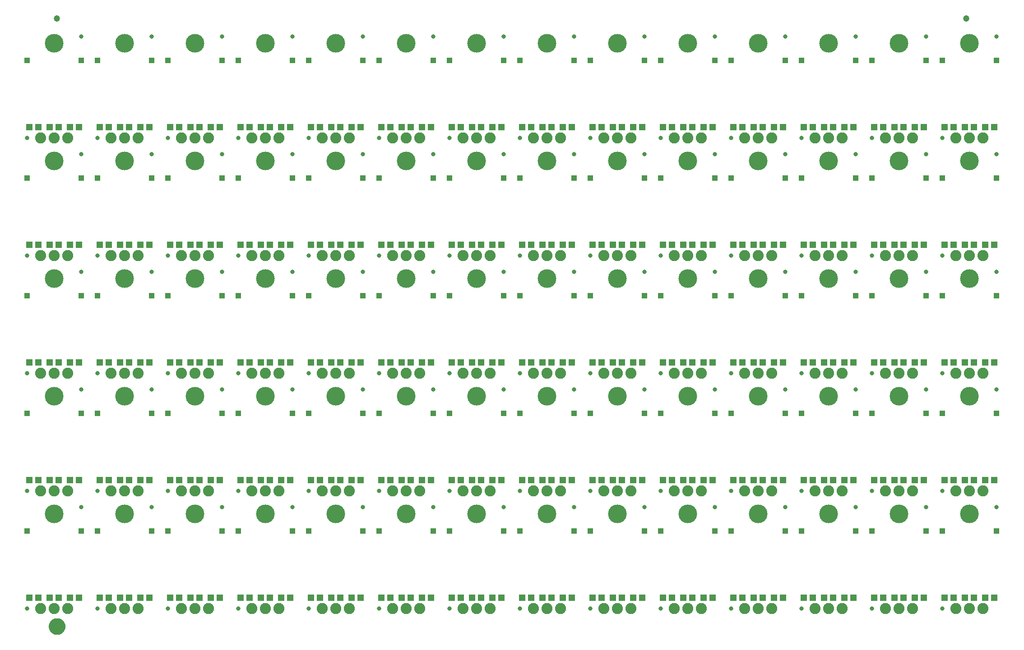
<source format=gts>
G04 EAGLE Gerber RS-274X export*
G75*
%MOMM*%
%FSLAX34Y34*%
%LPD*%
%INSoldermask Top*%
%IPPOS*%
%AMOC8*
5,1,8,0,0,1.08239X$1,22.5*%
G01*
%ADD10R,1.079500X1.079500*%
%ADD11C,0.838200*%
%ADD12R,1.303200X1.203200*%
%ADD13C,2.082800*%
%ADD14C,3.505200*%
%ADD15C,1.203200*%
%ADD16C,1.270000*%
%ADD17C,1.703200*%


D10*
X13018Y158433D03*
X114618Y158433D03*
X145098Y158433D03*
X246698Y158433D03*
X277178Y158433D03*
X378778Y158433D03*
X409258Y158433D03*
X510858Y158433D03*
X541338Y158433D03*
X642938Y158433D03*
X673418Y158433D03*
X775018Y158433D03*
X805498Y158433D03*
X907098Y158433D03*
X937578Y158433D03*
X1039178Y158433D03*
X1069658Y158433D03*
X1171258Y158433D03*
X1201738Y158433D03*
X1303338Y158433D03*
X1333818Y158433D03*
X1435418Y158433D03*
X1465898Y158433D03*
X1567498Y158433D03*
X1597978Y158433D03*
X1699578Y158433D03*
X1730058Y158433D03*
X1831658Y158433D03*
X13018Y379413D03*
X114618Y379413D03*
X145098Y379413D03*
X246698Y379413D03*
X277178Y379413D03*
X378778Y379413D03*
X409258Y379413D03*
X510858Y379413D03*
X541338Y379413D03*
X642938Y379413D03*
X673418Y379413D03*
X775018Y379413D03*
X805498Y379413D03*
X907098Y379413D03*
X937578Y379413D03*
X1039178Y379413D03*
X1069658Y379413D03*
X1171258Y379413D03*
X1201738Y379413D03*
X1303338Y379413D03*
X1333818Y379413D03*
X1435418Y379413D03*
X1465898Y379413D03*
X1567498Y379413D03*
X1597978Y379413D03*
X1699578Y379413D03*
X1730058Y379413D03*
X1831658Y379413D03*
X13018Y600393D03*
X114618Y600393D03*
X145098Y600393D03*
X246698Y600393D03*
X277178Y600393D03*
X378778Y600393D03*
X409258Y600393D03*
X510858Y600393D03*
X541338Y600393D03*
X642938Y600393D03*
X673418Y600393D03*
X775018Y600393D03*
X805498Y600393D03*
X907098Y600393D03*
X937578Y600393D03*
X1039178Y600393D03*
X1069658Y600393D03*
X1171258Y600393D03*
X1201738Y600393D03*
X1303338Y600393D03*
X1333818Y600393D03*
X1435418Y600393D03*
X1465898Y600393D03*
X1567498Y600393D03*
X1597978Y600393D03*
X1699578Y600393D03*
X1730058Y600393D03*
X1831658Y600393D03*
X13018Y821373D03*
X114618Y821373D03*
X145098Y821373D03*
X246698Y821373D03*
X277178Y821373D03*
X378778Y821373D03*
X409258Y821373D03*
X510858Y821373D03*
X541338Y821373D03*
X642938Y821373D03*
X673418Y821373D03*
X775018Y821373D03*
X805498Y821373D03*
X907098Y821373D03*
X937578Y821373D03*
X1039178Y821373D03*
X1069658Y821373D03*
X1171258Y821373D03*
X1201738Y821373D03*
X1303338Y821373D03*
X1333818Y821373D03*
X1435418Y821373D03*
X1465898Y821373D03*
X1567498Y821373D03*
X1597978Y821373D03*
X1699578Y821373D03*
X1730058Y821373D03*
X1831658Y821373D03*
X13018Y1042353D03*
X114618Y1042353D03*
X145098Y1042353D03*
X246698Y1042353D03*
X277178Y1042353D03*
X378778Y1042353D03*
X409258Y1042353D03*
X510858Y1042353D03*
X541338Y1042353D03*
X642938Y1042353D03*
X673418Y1042353D03*
X775018Y1042353D03*
X805498Y1042353D03*
X907098Y1042353D03*
X937578Y1042353D03*
X1039178Y1042353D03*
X1069658Y1042353D03*
X1171258Y1042353D03*
X1201738Y1042353D03*
X1303338Y1042353D03*
X1333818Y1042353D03*
X1435418Y1042353D03*
X1465898Y1042353D03*
X1567498Y1042353D03*
X1597978Y1042353D03*
X1699578Y1042353D03*
X1730058Y1042353D03*
X1831658Y1042353D03*
D11*
X12700Y12700D03*
X114300Y203200D03*
D12*
X16900Y33020D03*
X33900Y33020D03*
D13*
X38100Y12700D03*
X63500Y12700D03*
X88900Y12700D03*
D12*
X110100Y33020D03*
X93100Y33020D03*
X72000Y33020D03*
X55000Y33020D03*
D14*
X63500Y190500D03*
D11*
X144780Y12700D03*
X246380Y203200D03*
D12*
X148980Y33020D03*
X165980Y33020D03*
D13*
X170180Y12700D03*
X195580Y12700D03*
X220980Y12700D03*
D12*
X242180Y33020D03*
X225180Y33020D03*
X204080Y33020D03*
X187080Y33020D03*
D14*
X195580Y190500D03*
D11*
X276860Y12700D03*
X378460Y203200D03*
D12*
X281060Y33020D03*
X298060Y33020D03*
D13*
X302260Y12700D03*
X327660Y12700D03*
X353060Y12700D03*
D12*
X374260Y33020D03*
X357260Y33020D03*
X336160Y33020D03*
X319160Y33020D03*
D14*
X327660Y190500D03*
D11*
X408940Y12700D03*
X510540Y203200D03*
D12*
X413140Y33020D03*
X430140Y33020D03*
D13*
X434340Y12700D03*
X459740Y12700D03*
X485140Y12700D03*
D12*
X506340Y33020D03*
X489340Y33020D03*
X468240Y33020D03*
X451240Y33020D03*
D14*
X459740Y190500D03*
D11*
X541020Y12700D03*
X642620Y203200D03*
D12*
X545220Y33020D03*
X562220Y33020D03*
D13*
X566420Y12700D03*
X591820Y12700D03*
X617220Y12700D03*
D12*
X638420Y33020D03*
X621420Y33020D03*
X600320Y33020D03*
X583320Y33020D03*
D14*
X591820Y190500D03*
D11*
X673100Y12700D03*
X774700Y203200D03*
D12*
X677300Y33020D03*
X694300Y33020D03*
D13*
X698500Y12700D03*
X723900Y12700D03*
X749300Y12700D03*
D12*
X770500Y33020D03*
X753500Y33020D03*
X732400Y33020D03*
X715400Y33020D03*
D14*
X723900Y190500D03*
D11*
X805180Y12700D03*
X906780Y203200D03*
D12*
X809380Y33020D03*
X826380Y33020D03*
D13*
X830580Y12700D03*
X855980Y12700D03*
X881380Y12700D03*
D12*
X902580Y33020D03*
X885580Y33020D03*
X864480Y33020D03*
X847480Y33020D03*
D14*
X855980Y190500D03*
D11*
X937260Y12700D03*
X1038860Y203200D03*
D12*
X941460Y33020D03*
X958460Y33020D03*
D13*
X962660Y12700D03*
X988060Y12700D03*
X1013460Y12700D03*
D12*
X1034660Y33020D03*
X1017660Y33020D03*
X996560Y33020D03*
X979560Y33020D03*
D14*
X988060Y190500D03*
D11*
X1069340Y12700D03*
X1170940Y203200D03*
D12*
X1073540Y33020D03*
X1090540Y33020D03*
D13*
X1094740Y12700D03*
X1120140Y12700D03*
X1145540Y12700D03*
D12*
X1166740Y33020D03*
X1149740Y33020D03*
X1128640Y33020D03*
X1111640Y33020D03*
D14*
X1120140Y190500D03*
D11*
X1201420Y12700D03*
X1303020Y203200D03*
D12*
X1205620Y33020D03*
X1222620Y33020D03*
D13*
X1226820Y12700D03*
X1252220Y12700D03*
X1277620Y12700D03*
D12*
X1298820Y33020D03*
X1281820Y33020D03*
X1260720Y33020D03*
X1243720Y33020D03*
D14*
X1252220Y190500D03*
D11*
X1333500Y12700D03*
X1435100Y203200D03*
D12*
X1337700Y33020D03*
X1354700Y33020D03*
D13*
X1358900Y12700D03*
X1384300Y12700D03*
X1409700Y12700D03*
D12*
X1430900Y33020D03*
X1413900Y33020D03*
X1392800Y33020D03*
X1375800Y33020D03*
D14*
X1384300Y190500D03*
D11*
X1465580Y12700D03*
X1567180Y203200D03*
D12*
X1469780Y33020D03*
X1486780Y33020D03*
D13*
X1490980Y12700D03*
X1516380Y12700D03*
X1541780Y12700D03*
D12*
X1562980Y33020D03*
X1545980Y33020D03*
X1524880Y33020D03*
X1507880Y33020D03*
D14*
X1516380Y190500D03*
D11*
X1597660Y12700D03*
X1699260Y203200D03*
D12*
X1601860Y33020D03*
X1618860Y33020D03*
D13*
X1623060Y12700D03*
X1648460Y12700D03*
X1673860Y12700D03*
D12*
X1695060Y33020D03*
X1678060Y33020D03*
X1656960Y33020D03*
X1639960Y33020D03*
D14*
X1648460Y190500D03*
D11*
X1729740Y12700D03*
X1831340Y203200D03*
D12*
X1733940Y33020D03*
X1750940Y33020D03*
D13*
X1755140Y12700D03*
X1780540Y12700D03*
X1805940Y12700D03*
D12*
X1827140Y33020D03*
X1810140Y33020D03*
X1789040Y33020D03*
X1772040Y33020D03*
D14*
X1780540Y190500D03*
D11*
X12700Y233680D03*
X114300Y424180D03*
D12*
X16900Y254000D03*
X33900Y254000D03*
D13*
X38100Y233680D03*
X63500Y233680D03*
X88900Y233680D03*
D12*
X110100Y254000D03*
X93100Y254000D03*
X72000Y254000D03*
X55000Y254000D03*
D14*
X63500Y411480D03*
D11*
X144780Y233680D03*
X246380Y424180D03*
D12*
X148980Y254000D03*
X165980Y254000D03*
D13*
X170180Y233680D03*
X195580Y233680D03*
X220980Y233680D03*
D12*
X242180Y254000D03*
X225180Y254000D03*
X204080Y254000D03*
X187080Y254000D03*
D14*
X195580Y411480D03*
D11*
X276860Y233680D03*
X378460Y424180D03*
D12*
X281060Y254000D03*
X298060Y254000D03*
D13*
X302260Y233680D03*
X327660Y233680D03*
X353060Y233680D03*
D12*
X374260Y254000D03*
X357260Y254000D03*
X336160Y254000D03*
X319160Y254000D03*
D14*
X327660Y411480D03*
D11*
X408940Y233680D03*
X510540Y424180D03*
D12*
X413140Y254000D03*
X430140Y254000D03*
D13*
X434340Y233680D03*
X459740Y233680D03*
X485140Y233680D03*
D12*
X506340Y254000D03*
X489340Y254000D03*
X468240Y254000D03*
X451240Y254000D03*
D14*
X459740Y411480D03*
D11*
X541020Y233680D03*
X642620Y424180D03*
D12*
X545220Y254000D03*
X562220Y254000D03*
D13*
X566420Y233680D03*
X591820Y233680D03*
X617220Y233680D03*
D12*
X638420Y254000D03*
X621420Y254000D03*
X600320Y254000D03*
X583320Y254000D03*
D14*
X591820Y411480D03*
D11*
X673100Y233680D03*
X774700Y424180D03*
D12*
X677300Y254000D03*
X694300Y254000D03*
D13*
X698500Y233680D03*
X723900Y233680D03*
X749300Y233680D03*
D12*
X770500Y254000D03*
X753500Y254000D03*
X732400Y254000D03*
X715400Y254000D03*
D14*
X723900Y411480D03*
D11*
X805180Y233680D03*
X906780Y424180D03*
D12*
X809380Y254000D03*
X826380Y254000D03*
D13*
X830580Y233680D03*
X855980Y233680D03*
X881380Y233680D03*
D12*
X902580Y254000D03*
X885580Y254000D03*
X864480Y254000D03*
X847480Y254000D03*
D14*
X855980Y411480D03*
D11*
X937260Y233680D03*
X1038860Y424180D03*
D12*
X941460Y254000D03*
X958460Y254000D03*
D13*
X962660Y233680D03*
X988060Y233680D03*
X1013460Y233680D03*
D12*
X1034660Y254000D03*
X1017660Y254000D03*
X996560Y254000D03*
X979560Y254000D03*
D14*
X988060Y411480D03*
D11*
X1069340Y233680D03*
X1170940Y424180D03*
D12*
X1073540Y254000D03*
X1090540Y254000D03*
D13*
X1094740Y233680D03*
X1120140Y233680D03*
X1145540Y233680D03*
D12*
X1166740Y254000D03*
X1149740Y254000D03*
X1128640Y254000D03*
X1111640Y254000D03*
D14*
X1120140Y411480D03*
D11*
X1201420Y233680D03*
X1303020Y424180D03*
D12*
X1205620Y254000D03*
X1222620Y254000D03*
D13*
X1226820Y233680D03*
X1252220Y233680D03*
X1277620Y233680D03*
D12*
X1298820Y254000D03*
X1281820Y254000D03*
X1260720Y254000D03*
X1243720Y254000D03*
D14*
X1252220Y411480D03*
D11*
X1333500Y233680D03*
X1435100Y424180D03*
D12*
X1337700Y254000D03*
X1354700Y254000D03*
D13*
X1358900Y233680D03*
X1384300Y233680D03*
X1409700Y233680D03*
D12*
X1430900Y254000D03*
X1413900Y254000D03*
X1392800Y254000D03*
X1375800Y254000D03*
D14*
X1384300Y411480D03*
D11*
X1465580Y233680D03*
X1567180Y424180D03*
D12*
X1469780Y254000D03*
X1486780Y254000D03*
D13*
X1490980Y233680D03*
X1516380Y233680D03*
X1541780Y233680D03*
D12*
X1562980Y254000D03*
X1545980Y254000D03*
X1524880Y254000D03*
X1507880Y254000D03*
D14*
X1516380Y411480D03*
D11*
X1597660Y233680D03*
X1699260Y424180D03*
D12*
X1601860Y254000D03*
X1618860Y254000D03*
D13*
X1623060Y233680D03*
X1648460Y233680D03*
X1673860Y233680D03*
D12*
X1695060Y254000D03*
X1678060Y254000D03*
X1656960Y254000D03*
X1639960Y254000D03*
D14*
X1648460Y411480D03*
D11*
X1729740Y233680D03*
X1831340Y424180D03*
D12*
X1733940Y254000D03*
X1750940Y254000D03*
D13*
X1755140Y233680D03*
X1780540Y233680D03*
X1805940Y233680D03*
D12*
X1827140Y254000D03*
X1810140Y254000D03*
X1789040Y254000D03*
X1772040Y254000D03*
D14*
X1780540Y411480D03*
D11*
X12700Y454660D03*
X114300Y645160D03*
D12*
X16900Y474980D03*
X33900Y474980D03*
D13*
X38100Y454660D03*
X63500Y454660D03*
X88900Y454660D03*
D12*
X110100Y474980D03*
X93100Y474980D03*
X72000Y474980D03*
X55000Y474980D03*
D14*
X63500Y632460D03*
D11*
X144780Y454660D03*
X246380Y645160D03*
D12*
X148980Y474980D03*
X165980Y474980D03*
D13*
X170180Y454660D03*
X195580Y454660D03*
X220980Y454660D03*
D12*
X242180Y474980D03*
X225180Y474980D03*
X204080Y474980D03*
X187080Y474980D03*
D14*
X195580Y632460D03*
D11*
X276860Y454660D03*
X378460Y645160D03*
D12*
X281060Y474980D03*
X298060Y474980D03*
D13*
X302260Y454660D03*
X327660Y454660D03*
X353060Y454660D03*
D12*
X374260Y474980D03*
X357260Y474980D03*
X336160Y474980D03*
X319160Y474980D03*
D14*
X327660Y632460D03*
D11*
X408940Y454660D03*
X510540Y645160D03*
D12*
X413140Y474980D03*
X430140Y474980D03*
D13*
X434340Y454660D03*
X459740Y454660D03*
X485140Y454660D03*
D12*
X506340Y474980D03*
X489340Y474980D03*
X468240Y474980D03*
X451240Y474980D03*
D14*
X459740Y632460D03*
D11*
X541020Y454660D03*
X642620Y645160D03*
D12*
X545220Y474980D03*
X562220Y474980D03*
D13*
X566420Y454660D03*
X591820Y454660D03*
X617220Y454660D03*
D12*
X638420Y474980D03*
X621420Y474980D03*
X600320Y474980D03*
X583320Y474980D03*
D14*
X591820Y632460D03*
D11*
X673100Y454660D03*
X774700Y645160D03*
D12*
X677300Y474980D03*
X694300Y474980D03*
D13*
X698500Y454660D03*
X723900Y454660D03*
X749300Y454660D03*
D12*
X770500Y474980D03*
X753500Y474980D03*
X732400Y474980D03*
X715400Y474980D03*
D14*
X723900Y632460D03*
D11*
X805180Y454660D03*
X906780Y645160D03*
D12*
X809380Y474980D03*
X826380Y474980D03*
D13*
X830580Y454660D03*
X855980Y454660D03*
X881380Y454660D03*
D12*
X902580Y474980D03*
X885580Y474980D03*
X864480Y474980D03*
X847480Y474980D03*
D14*
X855980Y632460D03*
D11*
X937260Y454660D03*
X1038860Y645160D03*
D12*
X941460Y474980D03*
X958460Y474980D03*
D13*
X962660Y454660D03*
X988060Y454660D03*
X1013460Y454660D03*
D12*
X1034660Y474980D03*
X1017660Y474980D03*
X996560Y474980D03*
X979560Y474980D03*
D14*
X988060Y632460D03*
D11*
X1069340Y454660D03*
X1170940Y645160D03*
D12*
X1073540Y474980D03*
X1090540Y474980D03*
D13*
X1094740Y454660D03*
X1120140Y454660D03*
X1145540Y454660D03*
D12*
X1166740Y474980D03*
X1149740Y474980D03*
X1128640Y474980D03*
X1111640Y474980D03*
D14*
X1120140Y632460D03*
D11*
X1201420Y454660D03*
X1303020Y645160D03*
D12*
X1205620Y474980D03*
X1222620Y474980D03*
D13*
X1226820Y454660D03*
X1252220Y454660D03*
X1277620Y454660D03*
D12*
X1298820Y474980D03*
X1281820Y474980D03*
X1260720Y474980D03*
X1243720Y474980D03*
D14*
X1252220Y632460D03*
D11*
X1333500Y454660D03*
X1435100Y645160D03*
D12*
X1337700Y474980D03*
X1354700Y474980D03*
D13*
X1358900Y454660D03*
X1384300Y454660D03*
X1409700Y454660D03*
D12*
X1430900Y474980D03*
X1413900Y474980D03*
X1392800Y474980D03*
X1375800Y474980D03*
D14*
X1384300Y632460D03*
D11*
X1465580Y454660D03*
X1567180Y645160D03*
D12*
X1469780Y474980D03*
X1486780Y474980D03*
D13*
X1490980Y454660D03*
X1516380Y454660D03*
X1541780Y454660D03*
D12*
X1562980Y474980D03*
X1545980Y474980D03*
X1524880Y474980D03*
X1507880Y474980D03*
D14*
X1516380Y632460D03*
D11*
X1597660Y454660D03*
X1699260Y645160D03*
D12*
X1601860Y474980D03*
X1618860Y474980D03*
D13*
X1623060Y454660D03*
X1648460Y454660D03*
X1673860Y454660D03*
D12*
X1695060Y474980D03*
X1678060Y474980D03*
X1656960Y474980D03*
X1639960Y474980D03*
D14*
X1648460Y632460D03*
D11*
X1729740Y454660D03*
X1831340Y645160D03*
D12*
X1733940Y474980D03*
X1750940Y474980D03*
D13*
X1755140Y454660D03*
X1780540Y454660D03*
X1805940Y454660D03*
D12*
X1827140Y474980D03*
X1810140Y474980D03*
X1789040Y474980D03*
X1772040Y474980D03*
D14*
X1780540Y632460D03*
D11*
X12700Y675640D03*
X114300Y866140D03*
D12*
X16900Y695960D03*
X33900Y695960D03*
D13*
X38100Y675640D03*
X63500Y675640D03*
X88900Y675640D03*
D12*
X110100Y695960D03*
X93100Y695960D03*
X72000Y695960D03*
X55000Y695960D03*
D14*
X63500Y853440D03*
D11*
X144780Y675640D03*
X246380Y866140D03*
D12*
X148980Y695960D03*
X165980Y695960D03*
D13*
X170180Y675640D03*
X195580Y675640D03*
X220980Y675640D03*
D12*
X242180Y695960D03*
X225180Y695960D03*
X204080Y695960D03*
X187080Y695960D03*
D14*
X195580Y853440D03*
D11*
X276860Y675640D03*
X378460Y866140D03*
D12*
X281060Y695960D03*
X298060Y695960D03*
D13*
X302260Y675640D03*
X327660Y675640D03*
X353060Y675640D03*
D12*
X374260Y695960D03*
X357260Y695960D03*
X336160Y695960D03*
X319160Y695960D03*
D14*
X327660Y853440D03*
D11*
X408940Y675640D03*
X510540Y866140D03*
D12*
X413140Y695960D03*
X430140Y695960D03*
D13*
X434340Y675640D03*
X459740Y675640D03*
X485140Y675640D03*
D12*
X506340Y695960D03*
X489340Y695960D03*
X468240Y695960D03*
X451240Y695960D03*
D14*
X459740Y853440D03*
D11*
X541020Y675640D03*
X642620Y866140D03*
D12*
X545220Y695960D03*
X562220Y695960D03*
D13*
X566420Y675640D03*
X591820Y675640D03*
X617220Y675640D03*
D12*
X638420Y695960D03*
X621420Y695960D03*
X600320Y695960D03*
X583320Y695960D03*
D14*
X591820Y853440D03*
D11*
X673100Y675640D03*
X774700Y866140D03*
D12*
X677300Y695960D03*
X694300Y695960D03*
D13*
X698500Y675640D03*
X723900Y675640D03*
X749300Y675640D03*
D12*
X770500Y695960D03*
X753500Y695960D03*
X732400Y695960D03*
X715400Y695960D03*
D14*
X723900Y853440D03*
D11*
X805180Y675640D03*
X906780Y866140D03*
D12*
X809380Y695960D03*
X826380Y695960D03*
D13*
X830580Y675640D03*
X855980Y675640D03*
X881380Y675640D03*
D12*
X902580Y695960D03*
X885580Y695960D03*
X864480Y695960D03*
X847480Y695960D03*
D14*
X855980Y853440D03*
D11*
X937260Y675640D03*
X1038860Y866140D03*
D12*
X941460Y695960D03*
X958460Y695960D03*
D13*
X962660Y675640D03*
X988060Y675640D03*
X1013460Y675640D03*
D12*
X1034660Y695960D03*
X1017660Y695960D03*
X996560Y695960D03*
X979560Y695960D03*
D14*
X988060Y853440D03*
D11*
X1069340Y675640D03*
X1170940Y866140D03*
D12*
X1073540Y695960D03*
X1090540Y695960D03*
D13*
X1094740Y675640D03*
X1120140Y675640D03*
X1145540Y675640D03*
D12*
X1166740Y695960D03*
X1149740Y695960D03*
X1128640Y695960D03*
X1111640Y695960D03*
D14*
X1120140Y853440D03*
D11*
X1201420Y675640D03*
X1303020Y866140D03*
D12*
X1205620Y695960D03*
X1222620Y695960D03*
D13*
X1226820Y675640D03*
X1252220Y675640D03*
X1277620Y675640D03*
D12*
X1298820Y695960D03*
X1281820Y695960D03*
X1260720Y695960D03*
X1243720Y695960D03*
D14*
X1252220Y853440D03*
D11*
X1333500Y675640D03*
X1435100Y866140D03*
D12*
X1337700Y695960D03*
X1354700Y695960D03*
D13*
X1358900Y675640D03*
X1384300Y675640D03*
X1409700Y675640D03*
D12*
X1430900Y695960D03*
X1413900Y695960D03*
X1392800Y695960D03*
X1375800Y695960D03*
D14*
X1384300Y853440D03*
D11*
X1465580Y675640D03*
X1567180Y866140D03*
D12*
X1469780Y695960D03*
X1486780Y695960D03*
D13*
X1490980Y675640D03*
X1516380Y675640D03*
X1541780Y675640D03*
D12*
X1562980Y695960D03*
X1545980Y695960D03*
X1524880Y695960D03*
X1507880Y695960D03*
D14*
X1516380Y853440D03*
D11*
X1597660Y675640D03*
X1699260Y866140D03*
D12*
X1601860Y695960D03*
X1618860Y695960D03*
D13*
X1623060Y675640D03*
X1648460Y675640D03*
X1673860Y675640D03*
D12*
X1695060Y695960D03*
X1678060Y695960D03*
X1656960Y695960D03*
X1639960Y695960D03*
D14*
X1648460Y853440D03*
D11*
X1729740Y675640D03*
X1831340Y866140D03*
D12*
X1733940Y695960D03*
X1750940Y695960D03*
D13*
X1755140Y675640D03*
X1780540Y675640D03*
X1805940Y675640D03*
D12*
X1827140Y695960D03*
X1810140Y695960D03*
X1789040Y695960D03*
X1772040Y695960D03*
D14*
X1780540Y853440D03*
D11*
X12700Y896620D03*
X114300Y1087120D03*
D12*
X16900Y916940D03*
X33900Y916940D03*
D13*
X38100Y896620D03*
X63500Y896620D03*
X88900Y896620D03*
D12*
X110100Y916940D03*
X93100Y916940D03*
X72000Y916940D03*
X55000Y916940D03*
D14*
X63500Y1074420D03*
D11*
X144780Y896620D03*
X246380Y1087120D03*
D12*
X148980Y916940D03*
X165980Y916940D03*
D13*
X170180Y896620D03*
X195580Y896620D03*
X220980Y896620D03*
D12*
X242180Y916940D03*
X225180Y916940D03*
X204080Y916940D03*
X187080Y916940D03*
D14*
X195580Y1074420D03*
D11*
X276860Y896620D03*
X378460Y1087120D03*
D12*
X281060Y916940D03*
X298060Y916940D03*
D13*
X302260Y896620D03*
X327660Y896620D03*
X353060Y896620D03*
D12*
X374260Y916940D03*
X357260Y916940D03*
X336160Y916940D03*
X319160Y916940D03*
D14*
X327660Y1074420D03*
D11*
X408940Y896620D03*
X510540Y1087120D03*
D12*
X413140Y916940D03*
X430140Y916940D03*
D13*
X434340Y896620D03*
X459740Y896620D03*
X485140Y896620D03*
D12*
X506340Y916940D03*
X489340Y916940D03*
X468240Y916940D03*
X451240Y916940D03*
D14*
X459740Y1074420D03*
D11*
X541020Y896620D03*
X642620Y1087120D03*
D12*
X545220Y916940D03*
X562220Y916940D03*
D13*
X566420Y896620D03*
X591820Y896620D03*
X617220Y896620D03*
D12*
X638420Y916940D03*
X621420Y916940D03*
X600320Y916940D03*
X583320Y916940D03*
D14*
X591820Y1074420D03*
D11*
X673100Y896620D03*
X774700Y1087120D03*
D12*
X677300Y916940D03*
X694300Y916940D03*
D13*
X698500Y896620D03*
X723900Y896620D03*
X749300Y896620D03*
D12*
X770500Y916940D03*
X753500Y916940D03*
X732400Y916940D03*
X715400Y916940D03*
D14*
X723900Y1074420D03*
D11*
X805180Y896620D03*
X906780Y1087120D03*
D12*
X809380Y916940D03*
X826380Y916940D03*
D13*
X830580Y896620D03*
X855980Y896620D03*
X881380Y896620D03*
D12*
X902580Y916940D03*
X885580Y916940D03*
X864480Y916940D03*
X847480Y916940D03*
D14*
X855980Y1074420D03*
D11*
X937260Y896620D03*
X1038860Y1087120D03*
D12*
X941460Y916940D03*
X958460Y916940D03*
D13*
X962660Y896620D03*
X988060Y896620D03*
X1013460Y896620D03*
D12*
X1034660Y916940D03*
X1017660Y916940D03*
X996560Y916940D03*
X979560Y916940D03*
D14*
X988060Y1074420D03*
D11*
X1069340Y896620D03*
X1170940Y1087120D03*
D12*
X1073540Y916940D03*
X1090540Y916940D03*
D13*
X1094740Y896620D03*
X1120140Y896620D03*
X1145540Y896620D03*
D12*
X1166740Y916940D03*
X1149740Y916940D03*
X1128640Y916940D03*
X1111640Y916940D03*
D14*
X1120140Y1074420D03*
D11*
X1201420Y896620D03*
X1303020Y1087120D03*
D12*
X1205620Y916940D03*
X1222620Y916940D03*
D13*
X1226820Y896620D03*
X1252220Y896620D03*
X1277620Y896620D03*
D12*
X1298820Y916940D03*
X1281820Y916940D03*
X1260720Y916940D03*
X1243720Y916940D03*
D14*
X1252220Y1074420D03*
D11*
X1333500Y896620D03*
X1435100Y1087120D03*
D12*
X1337700Y916940D03*
X1354700Y916940D03*
D13*
X1358900Y896620D03*
X1384300Y896620D03*
X1409700Y896620D03*
D12*
X1430900Y916940D03*
X1413900Y916940D03*
X1392800Y916940D03*
X1375800Y916940D03*
D14*
X1384300Y1074420D03*
D11*
X1465580Y896620D03*
X1567180Y1087120D03*
D12*
X1469780Y916940D03*
X1486780Y916940D03*
D13*
X1490980Y896620D03*
X1516380Y896620D03*
X1541780Y896620D03*
D12*
X1562980Y916940D03*
X1545980Y916940D03*
X1524880Y916940D03*
X1507880Y916940D03*
D14*
X1516380Y1074420D03*
D11*
X1597660Y896620D03*
X1699260Y1087120D03*
D12*
X1601860Y916940D03*
X1618860Y916940D03*
D13*
X1623060Y896620D03*
X1648460Y896620D03*
X1673860Y896620D03*
D12*
X1695060Y916940D03*
X1678060Y916940D03*
X1656960Y916940D03*
X1639960Y916940D03*
D14*
X1648460Y1074420D03*
D11*
X1729740Y896620D03*
X1831340Y1087120D03*
D12*
X1733940Y916940D03*
X1750940Y916940D03*
D13*
X1755140Y896620D03*
X1780540Y896620D03*
X1805940Y896620D03*
D12*
X1827140Y916940D03*
X1810140Y916940D03*
X1789040Y916940D03*
X1772040Y916940D03*
D14*
X1780540Y1074420D03*
D15*
X68580Y1120775D03*
X1774825Y1120775D03*
D16*
X59525Y-20955D02*
X59528Y-20733D01*
X59536Y-20511D01*
X59550Y-20289D01*
X59569Y-20067D01*
X59593Y-19847D01*
X59623Y-19626D01*
X59658Y-19407D01*
X59699Y-19188D01*
X59745Y-18971D01*
X59796Y-18755D01*
X59853Y-18540D01*
X59915Y-18326D01*
X59982Y-18115D01*
X60054Y-17904D01*
X60132Y-17696D01*
X60214Y-17490D01*
X60302Y-17286D01*
X60394Y-17083D01*
X60492Y-16884D01*
X60594Y-16687D01*
X60701Y-16492D01*
X60813Y-16300D01*
X60930Y-16111D01*
X61051Y-15924D01*
X61177Y-15741D01*
X61307Y-15561D01*
X61442Y-15384D01*
X61580Y-15211D01*
X61723Y-15041D01*
X61871Y-14874D01*
X62022Y-14711D01*
X62177Y-14552D01*
X62336Y-14397D01*
X62499Y-14246D01*
X62666Y-14098D01*
X62836Y-13955D01*
X63009Y-13817D01*
X63186Y-13682D01*
X63366Y-13552D01*
X63549Y-13426D01*
X63736Y-13305D01*
X63925Y-13188D01*
X64117Y-13076D01*
X64312Y-12969D01*
X64509Y-12867D01*
X64708Y-12769D01*
X64911Y-12677D01*
X65115Y-12589D01*
X65321Y-12507D01*
X65529Y-12429D01*
X65740Y-12357D01*
X65951Y-12290D01*
X66165Y-12228D01*
X66380Y-12171D01*
X66596Y-12120D01*
X66813Y-12074D01*
X67032Y-12033D01*
X67251Y-11998D01*
X67472Y-11968D01*
X67692Y-11944D01*
X67914Y-11925D01*
X68136Y-11911D01*
X68358Y-11903D01*
X68580Y-11900D01*
X68802Y-11903D01*
X69024Y-11911D01*
X69246Y-11925D01*
X69468Y-11944D01*
X69688Y-11968D01*
X69909Y-11998D01*
X70128Y-12033D01*
X70347Y-12074D01*
X70564Y-12120D01*
X70780Y-12171D01*
X70995Y-12228D01*
X71209Y-12290D01*
X71420Y-12357D01*
X71631Y-12429D01*
X71839Y-12507D01*
X72045Y-12589D01*
X72249Y-12677D01*
X72452Y-12769D01*
X72651Y-12867D01*
X72848Y-12969D01*
X73043Y-13076D01*
X73235Y-13188D01*
X73424Y-13305D01*
X73611Y-13426D01*
X73794Y-13552D01*
X73974Y-13682D01*
X74151Y-13817D01*
X74324Y-13955D01*
X74494Y-14098D01*
X74661Y-14246D01*
X74824Y-14397D01*
X74983Y-14552D01*
X75138Y-14711D01*
X75289Y-14874D01*
X75437Y-15041D01*
X75580Y-15211D01*
X75718Y-15384D01*
X75853Y-15561D01*
X75983Y-15741D01*
X76109Y-15924D01*
X76230Y-16111D01*
X76347Y-16300D01*
X76459Y-16492D01*
X76566Y-16687D01*
X76668Y-16884D01*
X76766Y-17083D01*
X76858Y-17286D01*
X76946Y-17490D01*
X77028Y-17696D01*
X77106Y-17904D01*
X77178Y-18115D01*
X77245Y-18326D01*
X77307Y-18540D01*
X77364Y-18755D01*
X77415Y-18971D01*
X77461Y-19188D01*
X77502Y-19407D01*
X77537Y-19626D01*
X77567Y-19847D01*
X77591Y-20067D01*
X77610Y-20289D01*
X77624Y-20511D01*
X77632Y-20733D01*
X77635Y-20955D01*
X77632Y-21177D01*
X77624Y-21399D01*
X77610Y-21621D01*
X77591Y-21843D01*
X77567Y-22063D01*
X77537Y-22284D01*
X77502Y-22503D01*
X77461Y-22722D01*
X77415Y-22939D01*
X77364Y-23155D01*
X77307Y-23370D01*
X77245Y-23584D01*
X77178Y-23795D01*
X77106Y-24006D01*
X77028Y-24214D01*
X76946Y-24420D01*
X76858Y-24624D01*
X76766Y-24827D01*
X76668Y-25026D01*
X76566Y-25223D01*
X76459Y-25418D01*
X76347Y-25610D01*
X76230Y-25799D01*
X76109Y-25986D01*
X75983Y-26169D01*
X75853Y-26349D01*
X75718Y-26526D01*
X75580Y-26699D01*
X75437Y-26869D01*
X75289Y-27036D01*
X75138Y-27199D01*
X74983Y-27358D01*
X74824Y-27513D01*
X74661Y-27664D01*
X74494Y-27812D01*
X74324Y-27955D01*
X74151Y-28093D01*
X73974Y-28228D01*
X73794Y-28358D01*
X73611Y-28484D01*
X73424Y-28605D01*
X73235Y-28722D01*
X73043Y-28834D01*
X72848Y-28941D01*
X72651Y-29043D01*
X72452Y-29141D01*
X72249Y-29233D01*
X72045Y-29321D01*
X71839Y-29403D01*
X71631Y-29481D01*
X71420Y-29553D01*
X71209Y-29620D01*
X70995Y-29682D01*
X70780Y-29739D01*
X70564Y-29790D01*
X70347Y-29836D01*
X70128Y-29877D01*
X69909Y-29912D01*
X69688Y-29942D01*
X69468Y-29966D01*
X69246Y-29985D01*
X69024Y-29999D01*
X68802Y-30007D01*
X68580Y-30010D01*
X68358Y-30007D01*
X68136Y-29999D01*
X67914Y-29985D01*
X67692Y-29966D01*
X67472Y-29942D01*
X67251Y-29912D01*
X67032Y-29877D01*
X66813Y-29836D01*
X66596Y-29790D01*
X66380Y-29739D01*
X66165Y-29682D01*
X65951Y-29620D01*
X65740Y-29553D01*
X65529Y-29481D01*
X65321Y-29403D01*
X65115Y-29321D01*
X64911Y-29233D01*
X64708Y-29141D01*
X64509Y-29043D01*
X64312Y-28941D01*
X64117Y-28834D01*
X63925Y-28722D01*
X63736Y-28605D01*
X63549Y-28484D01*
X63366Y-28358D01*
X63186Y-28228D01*
X63009Y-28093D01*
X62836Y-27955D01*
X62666Y-27812D01*
X62499Y-27664D01*
X62336Y-27513D01*
X62177Y-27358D01*
X62022Y-27199D01*
X61871Y-27036D01*
X61723Y-26869D01*
X61580Y-26699D01*
X61442Y-26526D01*
X61307Y-26349D01*
X61177Y-26169D01*
X61051Y-25986D01*
X60930Y-25799D01*
X60813Y-25610D01*
X60701Y-25418D01*
X60594Y-25223D01*
X60492Y-25026D01*
X60394Y-24827D01*
X60302Y-24624D01*
X60214Y-24420D01*
X60132Y-24214D01*
X60054Y-24006D01*
X59982Y-23795D01*
X59915Y-23584D01*
X59853Y-23370D01*
X59796Y-23155D01*
X59745Y-22939D01*
X59699Y-22722D01*
X59658Y-22503D01*
X59623Y-22284D01*
X59593Y-22063D01*
X59569Y-21843D01*
X59550Y-21621D01*
X59536Y-21399D01*
X59528Y-21177D01*
X59525Y-20955D01*
D17*
X68580Y-20955D03*
M02*

</source>
